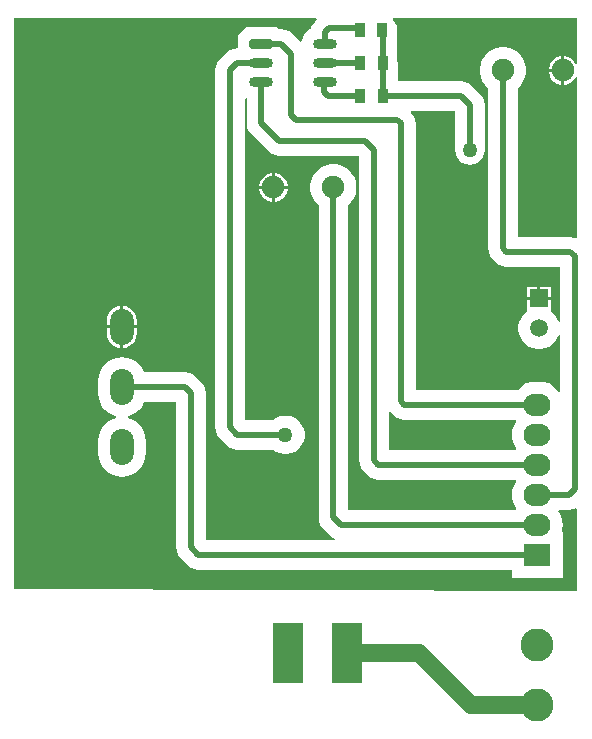
<source format=gtl>
G04*
G04 #@! TF.GenerationSoftware,Altium Limited,Altium Designer,21.0.9 (235)*
G04*
G04 Layer_Physical_Order=1*
G04 Layer_Color=255*
%FSTAX24Y24*%
%MOIN*%
G70*
G04*
G04 #@! TF.SameCoordinates,45A28FA0-0FE0-41DF-BFDA-37982D4B71EE*
G04*
G04*
G04 #@! TF.FilePolarity,Positive*
G04*
G01*
G75*
%ADD16R,0.0354X0.0512*%
G04:AMPARAMS|DCode=17|XSize=78.7mil|YSize=35.4mil|CornerRadius=0mil|HoleSize=0mil|Usage=FLASHONLY|Rotation=0.000|XOffset=0mil|YOffset=0mil|HoleType=Round|Shape=Octagon|*
%AMOCTAGOND17*
4,1,8,0.0394,-0.0089,0.0394,0.0089,0.0305,0.0177,-0.0305,0.0177,-0.0394,0.0089,-0.0394,-0.0089,-0.0305,-0.0177,0.0305,-0.0177,0.0394,-0.0089,0.0*
%
%ADD17OCTAGOND17*%

%ADD18O,0.0787X0.0354*%
%ADD31C,0.0591*%
%ADD32C,0.0197*%
%ADD33R,0.1000X0.2000*%
%ADD34C,0.0750*%
%ADD35C,0.1100*%
%ADD36C,0.0591*%
%ADD37R,0.0591X0.0591*%
%ADD38O,0.0900X0.0750*%
%ADD39R,0.0900X0.0750*%
%ADD40O,0.0787X0.1200*%
%ADD41C,0.0500*%
G36*
X04085Y044052D02*
X040775Y043977D01*
X040696Y043874D01*
X040647Y043754D01*
X040644Y043738D01*
X040622Y043729D01*
X040502Y043637D01*
X040411Y043518D01*
X040353Y043379D01*
X040346Y04332D01*
X040298Y043304D01*
X040021Y043581D01*
X039918Y04366D01*
X039799Y043709D01*
X03967Y043726D01*
X039576D01*
X039502Y043801D01*
X038498D01*
X038213Y043515D01*
Y043096D01*
X0382D01*
X038072Y043079D01*
X037952Y04303D01*
X037849Y042951D01*
X037849Y042951D01*
X037599Y042701D01*
X03752Y042598D01*
X037471Y042478D01*
X037454Y04235D01*
Y03045D01*
X037471Y030322D01*
X03752Y030202D01*
X037599Y030099D01*
X037849Y029849D01*
X037849Y029849D01*
X037952Y02977D01*
X038072Y029721D01*
X0382Y029704D01*
X039386D01*
X03939Y0297D01*
X039495Y02963D01*
X039612Y029581D01*
X039737Y029556D01*
X039863D01*
X039988Y029581D01*
X040105Y02963D01*
X04021Y0297D01*
X0403Y02979D01*
X04037Y029895D01*
X040419Y030012D01*
X040444Y030137D01*
Y030263D01*
X040419Y030388D01*
X04037Y030505D01*
X0403Y03061D01*
X04021Y0307D01*
X040105Y03077D01*
X039988Y030819D01*
X039863Y030844D01*
X039737D01*
X039612Y030819D01*
X039495Y03077D01*
X03939Y0307D01*
X039386Y030696D01*
X038446D01*
Y041402D01*
X038496Y04143D01*
X038504Y041425D01*
Y0406D01*
X038521Y040472D01*
X03857Y040352D01*
X038649Y040249D01*
X039249Y039649D01*
X039352Y03957D01*
X039472Y039521D01*
X0396Y039504D01*
X042244D01*
X042254Y039494D01*
Y02935D01*
X042271Y029222D01*
X04232Y029102D01*
X042399Y028999D01*
X042549Y028849D01*
X042652Y02877D01*
X042772Y028721D01*
X0429Y028704D01*
X047479D01*
X047503Y028654D01*
X047483Y028629D01*
X047411Y028496D01*
X047367Y028351D01*
X047353Y0282D01*
X047367Y028049D01*
X047411Y027904D01*
X047483Y027771D01*
X047503Y027746D01*
X047479Y027696D01*
X041896D01*
Y037859D01*
X041997Y03796D01*
X042081Y038086D01*
X042139Y038226D01*
X042169Y038374D01*
Y038526D01*
X042139Y038674D01*
X042081Y038814D01*
X041997Y03894D01*
X04189Y039047D01*
X041764Y039131D01*
X041624Y039189D01*
X041476Y039219D01*
X041324D01*
X041176Y039189D01*
X041036Y039131D01*
X04091Y039047D01*
X040803Y03894D01*
X040719Y038814D01*
X040661Y038674D01*
X040631Y038526D01*
Y038374D01*
X040661Y038226D01*
X040719Y038086D01*
X040803Y03796D01*
X040904Y037859D01*
Y02745D01*
X040921Y027322D01*
X04097Y027202D01*
X041049Y027099D01*
X041299Y026849D01*
X041299Y026849D01*
X041402Y02677D01*
X041459Y026746D01*
X041449Y026696D01*
X037146D01*
Y0316D01*
X037146Y0316D01*
X037129Y031728D01*
X03708Y031848D01*
X037001Y031951D01*
X037001Y031951D01*
X036811Y032141D01*
X036708Y03222D01*
X036588Y032269D01*
X03646Y032286D01*
X035085D01*
X035081Y032299D01*
X035008Y032436D01*
X034909Y032556D01*
X03479Y032654D01*
X034653Y032727D01*
X034504Y032772D01*
X03435Y032788D01*
X034196Y032772D01*
X034047Y032727D01*
X03391Y032654D01*
X033791Y032556D01*
X033692Y032436D01*
X033619Y032299D01*
X033574Y032151D01*
X033559Y031996D01*
Y031584D01*
X033574Y031429D01*
X033619Y031281D01*
X033692Y031144D01*
X033791Y031024D01*
X03391Y030926D01*
X034047Y030853D01*
X034151Y030821D01*
Y030769D01*
X034047Y030737D01*
X03391Y030664D01*
X033791Y030566D01*
X033692Y030446D01*
X033619Y030309D01*
X033574Y030161D01*
X033559Y030006D01*
Y029594D01*
X033574Y029439D01*
X033619Y029291D01*
X033692Y029154D01*
X033791Y029034D01*
X03391Y028936D01*
X034047Y028863D01*
X034196Y028818D01*
X03435Y028802D01*
X034504Y028818D01*
X034653Y028863D01*
X03479Y028936D01*
X034909Y029034D01*
X035008Y029154D01*
X035081Y029291D01*
X035126Y029439D01*
X035141Y029594D01*
Y030006D01*
X035126Y030161D01*
X035081Y030309D01*
X035008Y030446D01*
X034909Y030566D01*
X03479Y030664D01*
X034653Y030737D01*
X034549Y030769D01*
Y030821D01*
X034653Y030853D01*
X03479Y030926D01*
X034909Y031024D01*
X035008Y031144D01*
X035081Y031281D01*
X035085Y031294D01*
X036154D01*
Y02645D01*
X036171Y026322D01*
X03622Y026202D01*
X036299Y026099D01*
X036549Y025849D01*
X036549Y025849D01*
X036652Y02577D01*
X036772Y025721D01*
X0369Y025704D01*
X047356D01*
Y025431D01*
X049044D01*
Y026969D01*
X049044D01*
X049018Y027003D01*
X049033Y027049D01*
X049047Y0272D01*
X049033Y027351D01*
X048989Y027496D01*
X048917Y027629D01*
X048897Y027654D01*
X048921Y027704D01*
X04925D01*
X049378Y027721D01*
X049478Y027762D01*
X049528Y027735D01*
Y025037D01*
X049493Y025001D01*
X030757Y025049D01*
Y044102D01*
X04083D01*
X04085Y044052D01*
D02*
G37*
G36*
X049528Y042571D02*
X049478Y042558D01*
X04943Y042642D01*
X049342Y04273D01*
X049233Y042793D01*
X049113Y042825D01*
X0491D01*
Y04235D01*
Y041875D01*
X049113D01*
X049233Y041907D01*
X049342Y04197D01*
X04943Y042058D01*
X049478Y042142D01*
X049528Y042129D01*
Y036792D01*
X049478Y036759D01*
X049428Y036779D01*
X0493Y036796D01*
X047546D01*
Y041759D01*
X047647Y04186D01*
X047731Y041986D01*
X047789Y042126D01*
X047819Y042274D01*
Y042426D01*
X047789Y042574D01*
X047731Y042714D01*
X047647Y04284D01*
X04754Y042947D01*
X047414Y043031D01*
X047274Y043089D01*
X047126Y043119D01*
X046974D01*
X046826Y043089D01*
X046686Y043031D01*
X04656Y042947D01*
X046453Y04284D01*
X046369Y042714D01*
X046311Y042574D01*
X046281Y042426D01*
Y042274D01*
X046311Y042126D01*
X046369Y041986D01*
X046453Y04186D01*
X046554Y041759D01*
Y036415D01*
X046571Y036287D01*
X04662Y036167D01*
X046699Y036064D01*
X046814Y035949D01*
X046917Y03587D01*
X047037Y035821D01*
X047165Y035804D01*
X048954D01*
Y033982D01*
X048904Y033972D01*
X048861Y034076D01*
X048785Y034189D01*
X048689Y034285D01*
X048657Y034307D01*
X048645Y034355D01*
X048645D01*
X048645Y034355D01*
Y0347D01*
X04825D01*
Y03475D01*
D01*
Y0347D01*
X047855D01*
Y034355D01*
X047855Y034355D01*
X047855D01*
X047844Y034307D01*
X047811Y034285D01*
X047715Y034189D01*
X047639Y034076D01*
X047587Y033951D01*
X047561Y033818D01*
Y033682D01*
X047587Y033549D01*
X047639Y033424D01*
X047715Y033311D01*
X047811Y033215D01*
X047924Y033139D01*
X048049Y033087D01*
X048182Y033061D01*
X048318D01*
X048451Y033087D01*
X048576Y033139D01*
X048689Y033215D01*
X048785Y033311D01*
X048861Y033424D01*
X048904Y033528D01*
X048954Y033518D01*
Y031664D01*
X048904Y031646D01*
X048821Y031746D01*
X048704Y031842D01*
X048571Y031914D01*
X048426Y031958D01*
X048275Y031972D01*
X048125D01*
X047974Y031958D01*
X047829Y031914D01*
X047696Y031842D01*
X047579Y031746D01*
X047538Y031696D01*
X044146D01*
Y040585D01*
X044129Y040713D01*
X04408Y040833D01*
X044001Y040936D01*
X043979Y040957D01*
X043998Y041004D01*
X045444D01*
X045454Y040994D01*
Y0397D01*
X045471Y039572D01*
X04552Y039452D01*
X045599Y039349D01*
X045702Y03927D01*
X045822Y039221D01*
X04595Y039204D01*
X046078Y039221D01*
X046198Y03927D01*
X046301Y039349D01*
X04638Y039452D01*
X046429Y039572D01*
X046446Y0397D01*
Y0412D01*
X046429Y041328D01*
X04638Y041448D01*
X046301Y041551D01*
X046001Y041851D01*
X045898Y04193D01*
X045778Y041979D01*
X04565Y041996D01*
X043546D01*
Y0426D01*
X043533Y042699D01*
Y043687D01*
X043533Y043687D01*
X043516Y043815D01*
X043467Y043935D01*
X043388Y044038D01*
X043388Y044038D01*
X043375Y044051D01*
X04337Y044055D01*
X043386Y044102D01*
X049528D01*
Y042571D01*
D02*
G37*
G36*
X043299Y030964D02*
X043414Y030849D01*
X043517Y03077D01*
X043637Y030721D01*
X043765Y030704D01*
X047479D01*
X047503Y030654D01*
X047483Y030629D01*
X047411Y030496D01*
X047367Y030351D01*
X047353Y0302D01*
X047367Y030049D01*
X047411Y029904D01*
X047483Y029771D01*
X047503Y029746D01*
X047479Y029696D01*
X043246D01*
Y030955D01*
X043294Y030971D01*
X043299Y030964D01*
D02*
G37*
%LPC*%
G36*
X039463Y038925D02*
X03945D01*
Y0385D01*
X039875D01*
Y038513D01*
X039843Y038633D01*
X03978Y038742D01*
X039692Y03883D01*
X039583Y038893D01*
X039463Y038925D01*
D02*
G37*
G36*
X03935D02*
X039337D01*
X039217Y038893D01*
X039108Y03883D01*
X03902Y038742D01*
X038957Y038633D01*
X038925Y038513D01*
Y0385D01*
X03935D01*
Y038925D01*
D02*
G37*
G36*
X039875Y0384D02*
X03945D01*
Y037975D01*
X039463D01*
X039583Y038007D01*
X039692Y03807D01*
X03978Y038158D01*
X039843Y038267D01*
X039875Y038387D01*
Y0384D01*
D02*
G37*
G36*
X03935D02*
X038925D01*
Y038387D01*
X038957Y038267D01*
X03902Y038158D01*
X039108Y03807D01*
X039217Y038007D01*
X039337Y037975D01*
X03935D01*
Y0384D01*
D02*
G37*
G36*
X0344Y034498D02*
Y03385D01*
X034848D01*
Y034006D01*
X034831Y034135D01*
X034781Y034255D01*
X034702Y034358D01*
X034599Y034438D01*
X034479Y034487D01*
X0344Y034498D01*
D02*
G37*
G36*
X0343D02*
X034221Y034487D01*
X034101Y034438D01*
X033998Y034358D01*
X033919Y034255D01*
X033869Y034135D01*
X033852Y034006D01*
Y03385D01*
X0343D01*
Y034498D01*
D02*
G37*
G36*
X034848Y03375D02*
X0344D01*
Y033102D01*
X034479Y033113D01*
X034599Y033162D01*
X034702Y033242D01*
X034781Y033345D01*
X034831Y033465D01*
X034848Y033594D01*
Y03375D01*
D02*
G37*
G36*
X0343D02*
X033852D01*
Y033594D01*
X033869Y033465D01*
X033919Y033345D01*
X033998Y033242D01*
X034101Y033162D01*
X034221Y033113D01*
X0343Y033102D01*
Y03375D01*
D02*
G37*
G36*
X049Y042825D02*
X048987D01*
X048867Y042793D01*
X048758Y04273D01*
X04867Y042642D01*
X048607Y042533D01*
X048575Y042413D01*
Y0424D01*
X049D01*
Y042825D01*
D02*
G37*
G36*
Y0423D02*
X048575D01*
Y042287D01*
X048607Y042167D01*
X04867Y042058D01*
X048758Y04197D01*
X048867Y041907D01*
X048987Y041875D01*
X049D01*
Y0423D01*
D02*
G37*
G36*
X048645Y035145D02*
X0483D01*
Y0348D01*
X048645D01*
Y035145D01*
D02*
G37*
G36*
X0482D02*
X047855D01*
Y0348D01*
X0482D01*
Y035145D01*
D02*
G37*
%LPD*%
D16*
X042276Y0437D02*
D03*
X043024D02*
D03*
X042302Y0426D02*
D03*
X04305D02*
D03*
X042302Y0415D02*
D03*
X04305D02*
D03*
D17*
X039Y04323D02*
D03*
D18*
Y0426D02*
D03*
Y04197D02*
D03*
X041126Y04323D02*
D03*
Y0426D02*
D03*
Y04197D02*
D03*
D31*
X044266Y022934D02*
X046Y0212D01*
X04185Y022934D02*
X044266D01*
X046Y0212D02*
X0482D01*
D32*
X04595Y0397D02*
Y0412D01*
X04565Y0415D02*
X04595Y0412D01*
X04015Y0407D02*
X043535D01*
X04365Y040585D01*
Y031315D02*
Y040585D01*
X04305Y0415D02*
X04565D01*
X04705Y036415D02*
Y04235D01*
X047165Y0363D02*
X0493D01*
X04705Y036415D02*
X047165Y0363D01*
X0493D02*
X04945Y03615D01*
X03665Y02645D02*
Y0316D01*
X0369Y0262D02*
X0482D01*
X03665Y02645D02*
X0369Y0262D01*
X03435Y03179D02*
X03646D01*
X03665Y0316D01*
X0382Y0302D02*
X0398D01*
X03795Y03045D02*
X0382Y0302D01*
X03795Y03045D02*
Y04235D01*
X0382Y0426D02*
X039D01*
X03795Y04235D02*
X0382Y0426D01*
X04945Y0284D02*
Y03615D01*
X04925Y0282D02*
X04945Y0284D01*
X0482Y0282D02*
X04925D01*
X0414Y02745D02*
Y03845D01*
Y02745D02*
X04165Y0272D01*
X0482D01*
X04275Y02935D02*
X0429Y0292D01*
X04275Y02935D02*
Y0397D01*
X0429Y0292D02*
X0482D01*
X043765Y0312D02*
X0482D01*
X04365Y031315D02*
X043765Y0312D01*
X04Y04085D02*
X04015Y0407D01*
X04Y04085D02*
Y0429D01*
X039Y04323D02*
X03967D01*
X04Y0429D01*
X038975Y042625D02*
X039Y0426D01*
X04245Y04D02*
X04275Y0397D01*
X0396Y04D02*
X04245D01*
X039Y0406D02*
X0396Y04D01*
X039Y0406D02*
Y04197D01*
X04305Y0415D02*
Y0426D01*
X043024Y0437D02*
X043037Y043687D01*
Y042613D02*
Y043687D01*
Y042613D02*
X04305Y0426D01*
X041215Y0415D02*
X042302D01*
X0411Y041615D02*
Y041944D01*
Y041615D02*
X041215Y0415D01*
X0411Y041944D02*
X041126Y04197D01*
Y0426D02*
X041126Y0426D01*
X042302D01*
X042302Y0426D01*
X042226Y04375D02*
X042276Y0437D01*
X04125Y04375D02*
X042226D01*
X041126Y043626D02*
X04125Y04375D01*
X041126Y04323D02*
Y043626D01*
D33*
X04185Y022934D02*
D03*
X039881D02*
D03*
D34*
X04705Y04235D02*
D03*
X04905D02*
D03*
X0394Y03845D02*
D03*
X0414D02*
D03*
D35*
X0482Y0212D02*
D03*
Y0232D02*
D03*
D36*
X04825Y03375D02*
D03*
D37*
Y03475D02*
D03*
D38*
X0482Y0312D02*
D03*
Y0292D02*
D03*
Y0282D02*
D03*
Y0272D02*
D03*
Y0302D02*
D03*
D39*
Y0262D02*
D03*
D40*
X03435Y0338D02*
D03*
Y03179D02*
D03*
Y0298D02*
D03*
D41*
X04595Y0397D02*
D03*
X0398Y0302D02*
D03*
M02*

</source>
